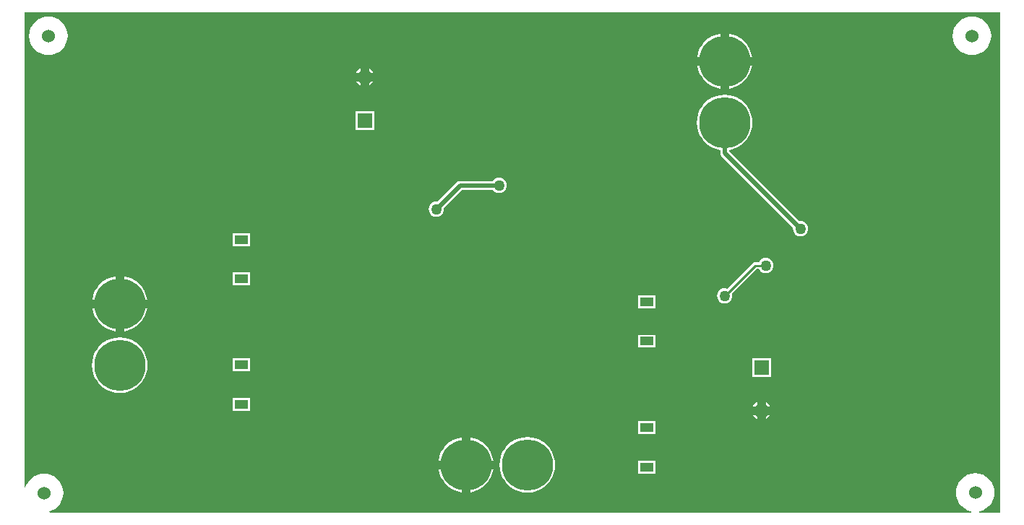
<source format=gbl>
G04*
G04 #@! TF.GenerationSoftware,Altium Limited,Altium Designer,19.1.8 (144)*
G04*
G04 Layer_Physical_Order=2*
G04 Layer_Color=16711680*
%FSLAX25Y25*%
%MOIN*%
G70*
G01*
G75*
%ADD10C,0.01000*%
%ADD39C,0.02000*%
%ADD40R,0.05906X0.03937*%
%ADD41C,0.06693*%
%ADD42R,0.06693X0.06693*%
%ADD43C,0.23622*%
%ADD44C,0.06000*%
%ADD45C,0.05000*%
G36*
X452000Y1000D02*
X442408D01*
X442346Y1491D01*
X444019Y1998D01*
X445560Y2822D01*
X446911Y3931D01*
X448021Y5282D01*
X448844Y6824D01*
X449352Y8497D01*
X449523Y10236D01*
X449352Y11976D01*
X448844Y13649D01*
X448021Y15190D01*
X446911Y16542D01*
X445560Y17650D01*
X444019Y18474D01*
X442346Y18982D01*
X440606Y19153D01*
X438867Y18982D01*
X437194Y18474D01*
X435652Y17650D01*
X434301Y16542D01*
X433192Y15190D01*
X432368Y13649D01*
X431861Y11976D01*
X431689Y10236D01*
X431861Y8497D01*
X432368Y6824D01*
X433192Y5282D01*
X434301Y3931D01*
X435652Y2822D01*
X437194Y1998D01*
X438867Y1491D01*
X438805Y1000D01*
X13623D01*
X13549Y1500D01*
X14412Y1762D01*
X15954Y2586D01*
X17305Y3695D01*
X18414Y5046D01*
X19238Y6588D01*
X19746Y8260D01*
X19917Y10000D01*
X19746Y11740D01*
X19238Y13412D01*
X18414Y14954D01*
X17305Y16305D01*
X15954Y17414D01*
X14412Y18238D01*
X12740Y18746D01*
X11000Y18917D01*
X9260Y18746D01*
X7588Y18238D01*
X6046Y17414D01*
X4695Y16305D01*
X3586Y14954D01*
X2762Y13412D01*
X2500Y12549D01*
X2000Y12623D01*
Y232000D01*
X452000D01*
Y1000D01*
D02*
G37*
%LPC*%
G36*
X439000Y229917D02*
X437260Y229746D01*
X435588Y229238D01*
X434046Y228414D01*
X432695Y227305D01*
X431586Y225954D01*
X430762Y224412D01*
X430254Y222740D01*
X430083Y221000D01*
X430254Y219260D01*
X430762Y217588D01*
X431586Y216046D01*
X432695Y214695D01*
X434046Y213586D01*
X435588Y212762D01*
X437260Y212254D01*
X439000Y212083D01*
X440740Y212254D01*
X442412Y212762D01*
X443954Y213586D01*
X445305Y214695D01*
X446414Y216046D01*
X447238Y217588D01*
X447746Y219260D01*
X447917Y221000D01*
X447746Y222740D01*
X447238Y224412D01*
X446414Y225954D01*
X445305Y227305D01*
X443954Y228414D01*
X442412Y229238D01*
X440740Y229746D01*
X439000Y229917D01*
D02*
G37*
G36*
X13000D02*
X11260Y229746D01*
X9588Y229238D01*
X8046Y228414D01*
X6695Y227305D01*
X5586Y225954D01*
X4762Y224412D01*
X4254Y222740D01*
X4083Y221000D01*
X4254Y219260D01*
X4762Y217588D01*
X5586Y216046D01*
X6695Y214695D01*
X8046Y213586D01*
X9588Y212762D01*
X11260Y212254D01*
X13000Y212083D01*
X14740Y212254D01*
X16412Y212762D01*
X17954Y213586D01*
X19305Y214695D01*
X20414Y216046D01*
X21238Y217588D01*
X21746Y219260D01*
X21917Y221000D01*
X21746Y222740D01*
X21238Y224412D01*
X20414Y225954D01*
X19305Y227305D01*
X17954Y228414D01*
X16412Y229238D01*
X14740Y229746D01*
X13000Y229917D01*
D02*
G37*
G36*
X326969Y222042D02*
Y211315D01*
X337696D01*
X337692Y211357D01*
X337222Y213317D01*
X336450Y215180D01*
X335396Y216900D01*
X334087Y218433D01*
X332553Y219743D01*
X330834Y220796D01*
X328971Y221568D01*
X327010Y222039D01*
X326969Y222042D01*
D02*
G37*
G36*
X323031D02*
X322990Y222039D01*
X321029Y221568D01*
X319166Y220796D01*
X317447Y219743D01*
X315913Y218433D01*
X314604Y216900D01*
X313550Y215180D01*
X312778Y213317D01*
X312308Y211357D01*
X312304Y211315D01*
X323031D01*
Y222042D01*
D02*
G37*
G36*
X160968Y205889D02*
Y203969D01*
X162889D01*
X162797Y204192D01*
X162100Y205100D01*
X161192Y205797D01*
X160968Y205889D01*
D02*
G37*
G36*
X157032D02*
X156808Y205797D01*
X155900Y205100D01*
X155203Y204192D01*
X155111Y203969D01*
X157032D01*
Y205889D01*
D02*
G37*
G36*
X162889Y200031D02*
X160968D01*
Y198111D01*
X161192Y198203D01*
X162100Y198900D01*
X162797Y199808D01*
X162889Y200031D01*
D02*
G37*
G36*
X157032D02*
X155111D01*
X155203Y199808D01*
X155900Y198900D01*
X156808Y198203D01*
X157032Y198111D01*
Y200031D01*
D02*
G37*
G36*
X337696Y207378D02*
X326969D01*
Y196651D01*
X327010Y196654D01*
X328971Y197125D01*
X330834Y197897D01*
X332553Y198950D01*
X334087Y200260D01*
X335396Y201793D01*
X336450Y203512D01*
X337222Y205375D01*
X337692Y207336D01*
X337696Y207378D01*
D02*
G37*
G36*
X323031D02*
X312304D01*
X312308Y207336D01*
X312778Y205375D01*
X313550Y203512D01*
X314604Y201793D01*
X315913Y200260D01*
X317447Y198950D01*
X319166Y197897D01*
X321029Y197125D01*
X322990Y196654D01*
X323031Y196651D01*
Y207378D01*
D02*
G37*
G36*
X163347Y186346D02*
X154654D01*
Y177654D01*
X163347D01*
Y186346D01*
D02*
G37*
G36*
X221000Y155530D02*
X220086Y155410D01*
X219235Y155057D01*
X218504Y154496D01*
X218153Y154039D01*
X203000D01*
X202220Y153884D01*
X201558Y153442D01*
X192571Y144455D01*
X192000Y144530D01*
X191086Y144410D01*
X190235Y144057D01*
X189504Y143496D01*
X188943Y142765D01*
X188590Y141914D01*
X188470Y141000D01*
X188590Y140086D01*
X188943Y139235D01*
X189504Y138504D01*
X190235Y137943D01*
X191086Y137590D01*
X192000Y137470D01*
X192914Y137590D01*
X193765Y137943D01*
X194496Y138504D01*
X195057Y139235D01*
X195410Y140086D01*
X195530Y141000D01*
X195455Y141571D01*
X203845Y149961D01*
X218153D01*
X218504Y149504D01*
X219235Y148943D01*
X220086Y148590D01*
X221000Y148470D01*
X221914Y148590D01*
X222765Y148943D01*
X223496Y149504D01*
X224057Y150235D01*
X224410Y151086D01*
X224530Y152000D01*
X224410Y152914D01*
X224057Y153765D01*
X223496Y154496D01*
X222765Y155057D01*
X221914Y155410D01*
X221000Y155530D01*
D02*
G37*
G36*
X325000Y193851D02*
X322990Y193692D01*
X321029Y193222D01*
X319166Y192450D01*
X317447Y191396D01*
X315913Y190087D01*
X314604Y188553D01*
X313550Y186834D01*
X312778Y184971D01*
X312308Y183010D01*
X312149Y181000D01*
X312308Y178990D01*
X312778Y177029D01*
X313550Y175166D01*
X314604Y173447D01*
X315913Y171913D01*
X317447Y170604D01*
X319166Y169550D01*
X321029Y168778D01*
X322961Y168315D01*
Y167000D01*
X323116Y166220D01*
X323558Y165558D01*
X356545Y132571D01*
X356470Y132000D01*
X356590Y131086D01*
X356943Y130235D01*
X357504Y129504D01*
X358235Y128943D01*
X359086Y128590D01*
X360000Y128470D01*
X360914Y128590D01*
X361765Y128943D01*
X362496Y129504D01*
X363057Y130235D01*
X363410Y131086D01*
X363530Y132000D01*
X363410Y132914D01*
X363057Y133765D01*
X362496Y134496D01*
X361765Y135057D01*
X360914Y135410D01*
X360000Y135530D01*
X359429Y135455D01*
X327039Y167845D01*
Y168315D01*
X328971Y168778D01*
X330834Y169550D01*
X332553Y170604D01*
X334087Y171913D01*
X335396Y173447D01*
X336450Y175166D01*
X337222Y177029D01*
X337692Y178990D01*
X337851Y181000D01*
X337692Y183010D01*
X337222Y184971D01*
X336450Y186834D01*
X335396Y188553D01*
X334087Y190087D01*
X332553Y191396D01*
X330834Y192450D01*
X328971Y193222D01*
X327010Y193692D01*
X325000Y193851D01*
D02*
G37*
G36*
X105941Y129937D02*
X98035D01*
Y124000D01*
X105941D01*
Y129937D01*
D02*
G37*
G36*
X344000Y118530D02*
X343086Y118410D01*
X342235Y118057D01*
X341504Y117496D01*
X340943Y116765D01*
X340845Y116529D01*
X339000D01*
X338415Y116413D01*
X337919Y116081D01*
X326149Y104312D01*
X325914Y104410D01*
X325000Y104530D01*
X324086Y104410D01*
X323235Y104057D01*
X322504Y103496D01*
X321943Y102765D01*
X321590Y101914D01*
X321470Y101000D01*
X321590Y100086D01*
X321943Y99235D01*
X322504Y98504D01*
X323235Y97943D01*
X324086Y97590D01*
X325000Y97470D01*
X325914Y97590D01*
X326765Y97943D01*
X327496Y98504D01*
X328057Y99235D01*
X328410Y100086D01*
X328530Y101000D01*
X328410Y101914D01*
X328312Y102149D01*
X339633Y113471D01*
X340845D01*
X340943Y113235D01*
X341504Y112504D01*
X342235Y111943D01*
X343086Y111590D01*
X344000Y111470D01*
X344914Y111590D01*
X345765Y111943D01*
X346496Y112504D01*
X347057Y113235D01*
X347410Y114086D01*
X347530Y115000D01*
X347410Y115914D01*
X347057Y116765D01*
X346496Y117496D01*
X345765Y118057D01*
X344914Y118410D01*
X344000Y118530D01*
D02*
G37*
G36*
X105921Y111827D02*
X98016D01*
Y105890D01*
X105921D01*
Y111827D01*
D02*
G37*
G36*
X47969Y110042D02*
Y99315D01*
X58696D01*
X58692Y99357D01*
X58222Y101318D01*
X57450Y103181D01*
X56396Y104900D01*
X55087Y106433D01*
X53553Y107743D01*
X51834Y108797D01*
X49971Y109568D01*
X48010Y110039D01*
X47969Y110042D01*
D02*
G37*
G36*
X44032D02*
X43990Y110039D01*
X42029Y109568D01*
X40166Y108797D01*
X38447Y107743D01*
X36913Y106433D01*
X35604Y104900D01*
X34550Y103181D01*
X33778Y101318D01*
X33308Y99357D01*
X33304Y99315D01*
X44032D01*
Y110042D01*
D02*
G37*
G36*
X292953Y101165D02*
X285047D01*
Y95228D01*
X292953D01*
Y101165D01*
D02*
G37*
G36*
X58696Y95378D02*
X47969D01*
Y84651D01*
X48010Y84654D01*
X49971Y85125D01*
X51834Y85896D01*
X53553Y86950D01*
X55087Y88260D01*
X56396Y89793D01*
X57450Y91512D01*
X58222Y93375D01*
X58692Y95336D01*
X58696Y95378D01*
D02*
G37*
G36*
X44032D02*
X33304D01*
X33308Y95336D01*
X33778Y93375D01*
X34550Y91512D01*
X35604Y89793D01*
X36913Y88260D01*
X38447Y86950D01*
X40166Y85896D01*
X42029Y85125D01*
X43990Y84654D01*
X44032Y84651D01*
Y95378D01*
D02*
G37*
G36*
X292933Y83055D02*
X285028D01*
Y77118D01*
X292933D01*
Y83055D01*
D02*
G37*
G36*
X105921Y72063D02*
X98016D01*
Y66126D01*
X105921D01*
Y72063D01*
D02*
G37*
G36*
X346346Y72347D02*
X337653D01*
Y63653D01*
X346346D01*
Y72347D01*
D02*
G37*
G36*
X46000Y81851D02*
X43990Y81692D01*
X42029Y81222D01*
X40166Y80450D01*
X38447Y79396D01*
X36913Y78087D01*
X35604Y76553D01*
X34550Y74834D01*
X33778Y72971D01*
X33308Y71010D01*
X33149Y69000D01*
X33308Y66990D01*
X33778Y65029D01*
X34550Y63166D01*
X35604Y61447D01*
X36913Y59913D01*
X38447Y58604D01*
X40166Y57550D01*
X42029Y56778D01*
X43990Y56308D01*
X46000Y56149D01*
X48010Y56308D01*
X49971Y56778D01*
X51834Y57550D01*
X53553Y58604D01*
X55087Y59913D01*
X56396Y61447D01*
X57450Y63166D01*
X58222Y65029D01*
X58692Y66990D01*
X58851Y69000D01*
X58692Y71010D01*
X58222Y72971D01*
X57450Y74834D01*
X56396Y76553D01*
X55087Y78087D01*
X53553Y79396D01*
X51834Y80450D01*
X49971Y81222D01*
X48010Y81692D01*
X46000Y81851D01*
D02*
G37*
G36*
X343969Y51889D02*
Y49968D01*
X345889D01*
X345797Y50192D01*
X345100Y51100D01*
X344192Y51797D01*
X343969Y51889D01*
D02*
G37*
G36*
X340032D02*
X339808Y51797D01*
X338900Y51100D01*
X338203Y50192D01*
X338111Y49968D01*
X340032D01*
Y51889D01*
D02*
G37*
G36*
X105941Y53756D02*
X98035D01*
Y47819D01*
X105941D01*
Y53756D01*
D02*
G37*
G36*
X345889Y46031D02*
X343969D01*
Y44111D01*
X344192Y44203D01*
X345100Y44900D01*
X345797Y45808D01*
X345889Y46031D01*
D02*
G37*
G36*
X340032D02*
X338111D01*
X338203Y45808D01*
X338900Y44900D01*
X339808Y44203D01*
X340032Y44111D01*
Y46031D01*
D02*
G37*
G36*
X292933Y43291D02*
X285028D01*
Y37354D01*
X292933D01*
Y43291D01*
D02*
G37*
G36*
X207622Y35696D02*
Y24969D01*
X218349D01*
X218346Y25010D01*
X217875Y26971D01*
X217104Y28834D01*
X216050Y30553D01*
X214740Y32087D01*
X213207Y33396D01*
X211488Y34450D01*
X209625Y35222D01*
X207664Y35692D01*
X207622Y35696D01*
D02*
G37*
G36*
X203685D02*
X203643Y35692D01*
X201682Y35222D01*
X199820Y34450D01*
X198100Y33396D01*
X196567Y32087D01*
X195257Y30553D01*
X194203Y28834D01*
X193432Y26971D01*
X192961Y25010D01*
X192958Y24969D01*
X203685D01*
Y35696D01*
D02*
G37*
G36*
X292953Y24984D02*
X285047D01*
Y19047D01*
X292953D01*
Y24984D01*
D02*
G37*
G36*
X203685Y21032D02*
X192958D01*
X192961Y20990D01*
X193432Y19029D01*
X194203Y17166D01*
X195257Y15447D01*
X196567Y13913D01*
X198100Y12604D01*
X199820Y11550D01*
X201682Y10778D01*
X203643Y10308D01*
X203685Y10304D01*
Y21032D01*
D02*
G37*
G36*
X218349D02*
X207622D01*
Y10304D01*
X207664Y10308D01*
X209625Y10778D01*
X211488Y11550D01*
X213207Y12604D01*
X214740Y13913D01*
X216050Y15447D01*
X217104Y17166D01*
X217875Y19029D01*
X218346Y20990D01*
X218349Y21032D01*
D02*
G37*
G36*
X234000Y35851D02*
X231990Y35692D01*
X230029Y35222D01*
X228166Y34450D01*
X226447Y33396D01*
X224913Y32087D01*
X223604Y30553D01*
X222550Y28834D01*
X221778Y26971D01*
X221308Y25010D01*
X221149Y23000D01*
X221308Y20990D01*
X221778Y19029D01*
X222550Y17166D01*
X223604Y15447D01*
X224913Y13913D01*
X226447Y12604D01*
X228166Y11550D01*
X230029Y10778D01*
X231990Y10308D01*
X234000Y10149D01*
X236010Y10308D01*
X237971Y10778D01*
X239834Y11550D01*
X241553Y12604D01*
X243087Y13913D01*
X244396Y15447D01*
X245450Y17166D01*
X246222Y19029D01*
X246692Y20990D01*
X246851Y23000D01*
X246692Y25010D01*
X246222Y26971D01*
X245450Y28834D01*
X244396Y30553D01*
X243087Y32087D01*
X241553Y33396D01*
X239834Y34450D01*
X237971Y35222D01*
X236010Y35692D01*
X234000Y35851D01*
D02*
G37*
%LPD*%
D10*
X339000Y115000D02*
X344000D01*
X325000Y101000D02*
X339000Y115000D01*
D39*
X325000Y167000D02*
Y181000D01*
Y167000D02*
X360000Y132000D01*
X192000Y141000D02*
X203000Y152000D01*
X221000D01*
D40*
X289000Y22016D02*
D03*
X288980Y40323D02*
D03*
X289000Y98197D02*
D03*
X288980Y80087D02*
D03*
X101988Y50787D02*
D03*
X101969Y69095D02*
D03*
X101988Y126969D02*
D03*
X101969Y108858D02*
D03*
D41*
X342000Y48000D02*
D03*
X159000Y202000D02*
D03*
D42*
X342000Y68000D02*
D03*
X159000Y182000D02*
D03*
D43*
X205654Y23000D02*
D03*
X234000D02*
D03*
X46000Y97347D02*
D03*
Y69000D02*
D03*
X325000Y209347D02*
D03*
Y181000D02*
D03*
D44*
X13000Y221000D02*
D03*
X11000Y10000D02*
D03*
X439000Y221000D02*
D03*
X440606Y10236D02*
D03*
D45*
X385000Y142000D02*
D03*
X377535Y142004D02*
D03*
X370000Y142000D02*
D03*
X382000Y135000D02*
D03*
X374000D02*
D03*
X360000Y132000D02*
D03*
X192000Y141000D02*
D03*
X221000Y152000D02*
D03*
X344000Y115000D02*
D03*
X325000Y101000D02*
D03*
M02*

</source>
